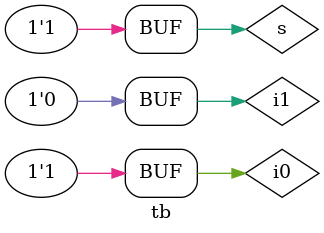
<source format=v>
module tb;
  reg s,i0,i1;
  wire y;
  mux_2to1 g1(s,i0,i1,y);
  initial begin
    $monitor("s=%b,i0=%b,i1=%b,y=%b",s,i0,i1,y);
    s=0;
    i0=1;i1=0;
   #1 s=1;
  end
  initial
    begin
      $dumpfile("mux_2to1.vcd");
      $dumpvars(1);
    end
endmodule

</source>
